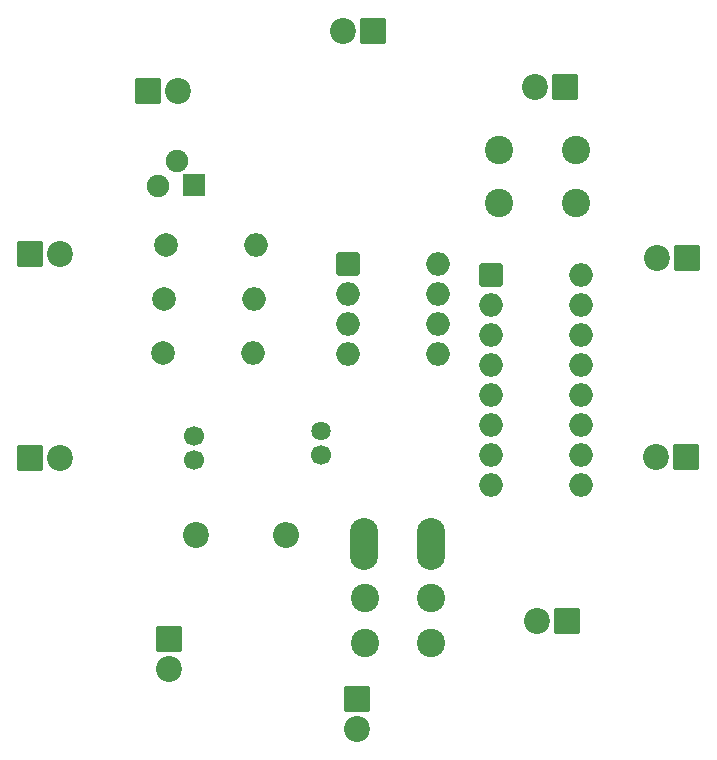
<source format=gbr>
%TF.GenerationSoftware,KiCad,Pcbnew,8.0.1*%
%TF.CreationDate,2024-04-02T10:16:43+02:00*%
%TF.ProjectId,GluecksraD,476c7565-636b-4737-9261-442e6b696361,rev?*%
%TF.SameCoordinates,Original*%
%TF.FileFunction,Soldermask,Bot*%
%TF.FilePolarity,Negative*%
%FSLAX46Y46*%
G04 Gerber Fmt 4.6, Leading zero omitted, Abs format (unit mm)*
G04 Created by KiCad (PCBNEW 8.0.1) date 2024-04-02 10:16:43*
%MOMM*%
%LPD*%
G01*
G04 APERTURE LIST*
G04 Aperture macros list*
%AMRoundRect*
0 Rectangle with rounded corners*
0 $1 Rounding radius*
0 $2 $3 $4 $5 $6 $7 $8 $9 X,Y pos of 4 corners*
0 Add a 4 corners polygon primitive as box body*
4,1,4,$2,$3,$4,$5,$6,$7,$8,$9,$2,$3,0*
0 Add four circle primitives for the rounded corners*
1,1,$1+$1,$2,$3*
1,1,$1+$1,$4,$5*
1,1,$1+$1,$6,$7*
1,1,$1+$1,$8,$9*
0 Add four rect primitives between the rounded corners*
20,1,$1+$1,$2,$3,$4,$5,0*
20,1,$1+$1,$4,$5,$6,$7,0*
20,1,$1+$1,$6,$7,$8,$9,0*
20,1,$1+$1,$8,$9,$2,$3,0*%
G04 Aperture macros list end*
%ADD10C,1.630000*%
%ADD11C,1.700000*%
%ADD12C,2.000000*%
%ADD13O,2.000000X2.000000*%
%ADD14C,2.200000*%
%ADD15O,2.200000X2.200000*%
%ADD16O,2.400000X4.400000*%
%ADD17RoundRect,0.200000X-0.800000X-0.800000X0.800000X-0.800000X0.800000X0.800000X-0.800000X0.800000X0*%
%ADD18C,2.400000*%
%ADD19RoundRect,0.200000X0.900000X0.900000X-0.900000X0.900000X-0.900000X-0.900000X0.900000X-0.900000X0*%
%ADD20RoundRect,0.200000X-0.900000X0.900000X-0.900000X-0.900000X0.900000X-0.900000X0.900000X0.900000X0*%
%ADD21RoundRect,0.200000X-0.900000X-0.900000X0.900000X-0.900000X0.900000X0.900000X-0.900000X0.900000X0*%
%ADD22RoundRect,0.200000X0.750000X0.750000X-0.750000X0.750000X-0.750000X-0.750000X0.750000X-0.750000X0*%
%ADD23C,1.900000*%
G04 APERTURE END LIST*
D10*
%TO.C,C1*%
X69470000Y-80830000D03*
D11*
X69470000Y-82830000D03*
%TD*%
D12*
%TO.C,R2*%
X56160000Y-69640000D03*
D13*
X63780000Y-69640000D03*
%TD*%
D12*
%TO.C,R3*%
X56050000Y-74190000D03*
D13*
X63670000Y-74190000D03*
%TD*%
D14*
%TO.C,R4*%
X58890000Y-89650000D03*
D15*
X66510000Y-89650000D03*
%TD*%
D16*
%TO.C,+9V*%
X73120000Y-90424000D03*
%TD*%
D17*
%TO.C,U2*%
X71740000Y-66690000D03*
D13*
X71740000Y-69230000D03*
X71740000Y-71770000D03*
X71740000Y-74310000D03*
X79360000Y-74310000D03*
X79360000Y-71770000D03*
X79360000Y-69230000D03*
X79360000Y-66690000D03*
%TD*%
D17*
%TO.C,U3*%
X83845001Y-67615001D03*
D13*
X83845001Y-70155001D03*
X83845001Y-72695001D03*
X83845001Y-75235001D03*
X83845001Y-77775001D03*
X83845001Y-80315001D03*
X83845001Y-82855001D03*
X83845001Y-85395001D03*
X91465001Y-85395001D03*
X91465001Y-82855001D03*
X91465001Y-80315001D03*
X91465001Y-77775001D03*
X91465001Y-75235001D03*
X91465001Y-72695001D03*
X91465001Y-70155001D03*
X91465001Y-67615001D03*
%TD*%
D16*
%TO.C,0V*%
X78740000Y-90424000D03*
%TD*%
D18*
%TO.C,S1*%
X84500000Y-57000000D03*
X91000000Y-57000000D03*
X84500000Y-61500000D03*
X91000000Y-61500000D03*
%TD*%
D11*
%TO.C,C2*%
X58674000Y-81280000D03*
X58674000Y-83280000D03*
%TD*%
D18*
%TO.C,LP*%
X73152000Y-98806000D03*
%TD*%
%TO.C,LP*%
X78740000Y-98806000D03*
%TD*%
%TO.C,LP*%
X78740000Y-94996000D03*
%TD*%
D12*
%TO.C,R1*%
X56280000Y-65090000D03*
D13*
X63900000Y-65090000D03*
%TD*%
D18*
%TO.C,LP*%
X73152000Y-94996000D03*
%TD*%
D19*
%TO.C,1*%
X73830000Y-46940000D03*
D14*
X71290000Y-46940000D03*
%TD*%
D19*
%TO.C,2*%
X90110000Y-51670000D03*
D14*
X87570000Y-51670000D03*
%TD*%
D19*
%TO.C,3*%
X100410000Y-66210000D03*
D14*
X97870000Y-66210000D03*
%TD*%
D19*
%TO.C,4*%
X100320000Y-83050000D03*
D14*
X97780000Y-83050000D03*
%TD*%
D19*
%TO.C,5*%
X90260000Y-96920000D03*
D14*
X87720000Y-96920000D03*
%TD*%
D20*
%TO.C,6*%
X72490000Y-103500000D03*
D14*
X72490000Y-106040000D03*
%TD*%
D20*
%TO.C,7*%
X56570000Y-98410000D03*
D14*
X56570000Y-100950000D03*
%TD*%
D21*
%TO.C,8*%
X44810000Y-83090000D03*
D14*
X47350000Y-83090000D03*
%TD*%
D21*
%TO.C,9*%
X44810000Y-65800000D03*
D14*
X47350000Y-65800000D03*
%TD*%
D21*
%TO.C,10*%
X54760000Y-51990000D03*
D14*
X57300000Y-51990000D03*
%TD*%
D22*
%TO.C,REF\u002A\u002A*%
X58677000Y-59961000D03*
D23*
X57280000Y-57929000D03*
X55629000Y-60088000D03*
%TD*%
M02*

</source>
